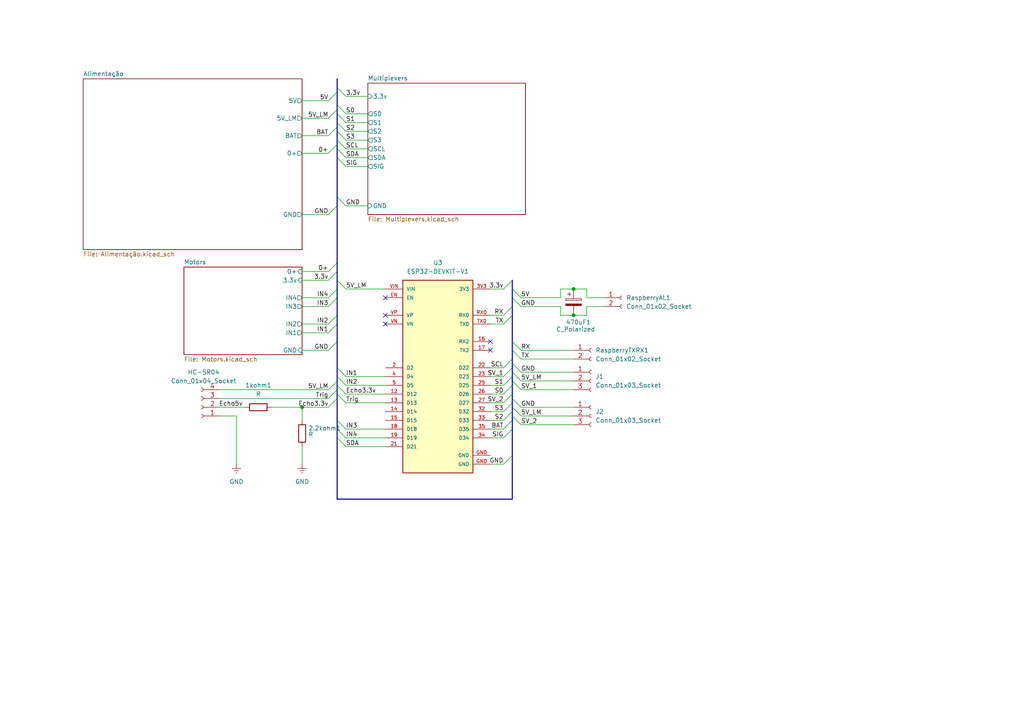
<source format=kicad_sch>
(kicad_sch (version 20250114) (generator "eeschema") (generator_version "9.0")
  (paper "A4")
  (title_block (title "Antares-Core") (rev "V.6") (company "Ako"))
  (lib_symbols
    (symbol "Componentes Personalizados:ESP32-DEVKIT-V1" (pin_names (offset 1.016))
      (property "Reference" "U" (at -10.16 30.48 0))
      (property "Value" "ESP32-DEVKIT-V1" (at -10.16 -30.48 0))
      (symbol "ESP32-DEVKIT-V1_0_0"
        (rectangle (start -10.16 27.94) (end 10.16 -27.94) (stroke (width 0.254)) (fill (type background)))
        (pin power_in line (at 15.24 -25.4 180) (length 5.08) (hide yes) (name "GND") (number "29"))
      )
      (symbol "ESP32-DEVKIT-V1_1_0"
        (pin input line (at -15.24 25.4 0) (length 5.08) (name "VIN") (number "VIN"))
        (pin input line (at -15.24 22.86 0) (length 5.08) (name "EN") (number "EN"))
        (pin bidirectional line (at -15.24 17.78 0) (length 5.08) (name "VP") (number "VP"))
        (pin bidirectional line (at -15.24 15.24 0) (length 5.08) (name "VN") (number "VN"))
        (pin bidirectional line (at -15.24 2.54 0) (length 5.08) (name "D2") (number "2"))
        (pin bidirectional line (at -15.24 0 0) (length 5.08) (name "D4") (number "4"))
        (pin bidirectional line (at -15.24 -2.54 0) (length 5.08) (name "D5") (number "5"))
        (pin bidirectional line (at -15.24 -5.08 0) (length 5.08) (name "D12") (number "12"))
        (pin bidirectional line (at -15.24 -7.62 0) (length 5.08) (name "D13") (number "13"))
        (pin bidirectional line (at -15.24 -10.16 0) (length 5.08) (name "D14") (number "14"))
        (pin bidirectional line (at -15.24 -12.7 0) (length 5.08) (name "D15") (number "15"))
        (pin bidirectional line (at -15.24 -15.24 0) (length 5.08) (name "D18") (number "18"))
        (pin bidirectional line (at -15.24 -17.78 0) (length 5.08) (name "D19") (number "19"))
        (pin bidirectional line (at -15.24 -20.32 0) (length 5.08) (name "D21") (number "21"))
        (pin output line (at 15.24 25.4 180) (length 5.08) (name "3V3") (number "3V3"))
        (pin input line (at 15.24 17.78 180) (length 5.08) (name "RX0") (number "RX0"))
        (pin output line (at 15.24 15.24 180) (length 5.08) (name "TX0") (number "TX0"))
        (pin input line (at 15.24 10.16 180) (length 5.08) (name "RX2") (number "16"))
        (pin output line (at 15.24 7.62 180) (length 5.08) (name "TX2") (number "17"))
        (pin bidirectional line (at 15.24 2.54 180) (length 5.08) (name "D22") (number "22"))
        (pin bidirectional line (at 15.24 0 180) (length 5.08) (name "D23") (number "23"))
        (pin bidirectional line (at 15.24 -2.54 180) (length 5.08) (name "D25") (number "25"))
        (pin bidirectional line (at 15.24 -5.08 180) (length 5.08) (name "D26") (number "26"))
        (pin bidirectional line (at 15.24 -7.62 180) (length 5.08) (name "D27") (number "27"))
        (pin bidirectional line (at 15.24 -10.16 180) (length 5.08) (name "D32") (number "32"))
        (pin bidirectional line (at 15.24 -12.7 180) (length 5.08) (name "D33") (number "33"))
        (pin bidirectional line (at 15.24 -15.24 180) (length 5.08) (name "D35") (number "35"))
        (pin bidirectional line (at 15.24 -17.78 180) (length 5.08) (name "D34") (number "34"))
        (pin power_in line (at 15.24 -22.86 180) (length 5.08) (name "GND") (number "GND"))
        (pin power_in line (at 15.24 -25.4 180) (length 5.08) (name "GND") (number "GND"))
      )
    )
    (symbol "Connector:Conn_01x02_Socket" (pin_names (offset 1.016) (hide yes))
      (property "Reference" "J" (at 0 2.54 0))
      (property "Value" "Conn_01x02_Socket" (at 0 -5.08 0))
      (symbol "Conn_01x02_Socket_1_1"
        (polyline (pts (xy -1.27 0) (xy -0.508 0)) (stroke (width 0.1524)))
        (polyline (pts (xy -1.27 -2.54) (xy -0.508 -2.54)) (stroke (width 0.1524)))
        (arc (start 0 -0.508) (mid -0.5058 0) (end 0 0.508) (stroke (width 0.1524)))
        (arc (start 0 -3.048) (mid -0.5058 -2.54) (end 0 -2.032) (stroke (width 0.1524)))
        (pin passive line (at -5.08 0 0) (length 3.81) (name "Pin_1") (number "1"))
        (pin passive line (at -5.08 -2.54 0) (length 3.81) (name "Pin_2") (number "2"))
      )
    )
    (symbol "Connector:Conn_01x03_Socket" (pin_names (offset 1.016) (hide yes))
      (property "Reference" "J" (at 0 5.08 0))
      (property "Value" "Conn_01x03_Socket" (at 0 -5.08 0))
      (symbol "Conn_01x03_Socket_1_1"
        (polyline (pts (xy -1.27 2.54) (xy -0.508 2.54)) (stroke (width 0.1524)))
        (polyline (pts (xy -1.27 0) (xy -0.508 0)) (stroke (width 0.1524)))
        (polyline (pts (xy -1.27 -2.54) (xy -0.508 -2.54)) (stroke (width 0.1524)))
        (arc (start 0 2.032) (mid -0.5058 2.54) (end 0 3.048) (stroke (width 0.1524)))
        (arc (start 0 -0.508) (mid -0.5058 0) (end 0 0.508) (stroke (width 0.1524)))
        (arc (start 0 -3.048) (mid -0.5058 -2.54) (end 0 -2.032) (stroke (width 0.1524)))
        (pin passive line (at -5.08 2.54 0) (length 3.81) (name "Pin_1") (number "1"))
        (pin passive line (at -5.08 0 0) (length 3.81) (name "Pin_2") (number "2"))
        (pin passive line (at -5.08 -2.54 0) (length 3.81) (name "Pin_3") (number "3"))
      )
    )
    (symbol "Connector:Conn_01x04_Socket" (pin_names (offset 1.016) (hide yes))
      (property "Reference" "J" (at 0 5.08 0))
      (property "Value" "Conn_01x04_Socket" (at 0 -7.62 0))
      (symbol "Conn_01x04_Socket_1_1"
        (polyline (pts (xy -1.27 2.54) (xy -0.508 2.54)) (stroke (width 0.1524)))
        (polyline (pts (xy -1.27 0) (xy -0.508 0)) (stroke (width 0.1524)))
        (polyline (pts (xy -1.27 -2.54) (xy -0.508 -2.54)) (stroke (width 0.1524)))
        (polyline (pts (xy -1.27 -5.08) (xy -0.508 -5.08)) (stroke (width 0.1524)))
        (arc (start 0 2.032) (mid -0.5058 2.54) (end 0 3.048) (stroke (width 0.1524)))
        (arc (start 0 -0.508) (mid -0.5058 0) (end 0 0.508) (stroke (width 0.1524)))
        (arc (start 0 -3.048) (mid -0.5058 -2.54) (end 0 -2.032) (stroke (width 0.1524)))
        (arc (start 0 -5.588) (mid -0.5058 -5.08) (end 0 -4.572) (stroke (width 0.1524)))
        (pin passive line (at -5.08 2.54 0) (length 3.81) (name "Pin_1") (number "1"))
        (pin passive line (at -5.08 0 0) (length 3.81) (name "Pin_2") (number "2"))
        (pin passive line (at -5.08 -2.54 0) (length 3.81) (name "Pin_3") (number "3"))
        (pin passive line (at -5.08 -5.08 0) (length 3.81) (name "Pin_4") (number "4"))
      )
    )
    (symbol "Device:C_Polarized" (pin_numbers (hide yes)) (pin_names (offset 0.254))
      (property "Reference" "C" (at 0.635 2.54 0))
      (property "Value" "C_Polarized" (at 0.635 -2.54 0))
      (symbol "C_Polarized_0_1"
        (rectangle (start -2.286 0.508) (end 2.286 1.016))
        (polyline (pts (xy -1.778 2.286) (xy -0.762 2.286)))
        (polyline (pts (xy -1.27 2.794) (xy -1.27 1.778)))
        (rectangle (start 2.286 -0.508) (end -2.286 -1.016) (fill (type outline)))
      )
      (symbol "C_Polarized_1_1"
        (pin passive line (at 0 3.81 270) (length 2.794) (name "~") (number "1"))
        (pin passive line (at 0 -3.81 90) (length 2.794) (name "~") (number "2"))
      )
    )
    (symbol "Device:R" (pin_numbers (hide yes)) (pin_names (offset 0))
      (property "Reference" "R" (at 2.032 0 90))
      (property "Value" "R" (at 0 0 90))
      (symbol "R_0_1"
        (rectangle (start -1.016 -2.54) (end 1.016 2.54) (stroke (width 0.254)))
      )
      (symbol "R_1_1"
        (pin passive line (at 0 3.81 270) (length 1.27) (name "~") (number "1"))
        (pin passive line (at 0 -3.81 90) (length 1.27) (name "~") (number "2"))
      )
    )
    (symbol "power:Earth" (power) (pin_numbers (hide yes)) (pin_names (offset 0) (hide yes))
      (property "Value" "Earth" (at 0 -3.81 0))
      (symbol "Earth_0_1"
        (polyline (pts (xy -0.635 -1.905) (xy 0.635 -1.905)))
        (polyline (pts (xy -0.127 -2.54) (xy 0.127 -2.54)))
        (polyline (pts (xy 0 -1.27) (xy 0 0)))
        (polyline (pts (xy 1.27 -1.27) (xy -1.27 -1.27)))
      )
      (symbol "Earth_1_1"
        (pin power_in line (at 0 0 270) (length 0) (name "~") (number "1"))
      )
    )
  )
  (junction (at 87.63 118.11))
  (junction (at 166.37 91.44))
  (junction (at 166.37 83.82))
  (no_connect (at 111.76 91.44))
  (no_connect (at 111.76 86.36))
  (no_connect (at 142.24 101.6))
  (no_connect (at 111.76 93.98))
  (no_connect (at 142.24 99.06))
  (bus_entry (at 148.59 110.49) (size 2.54 2.54))
  (bus_entry (at 148.59 124.46) (size -2.54 2.54))
  (bus_entry (at 148.59 101.6) (size 2.54 2.54))
  (bus_entry (at 148.59 105.41) (size 2.54 2.54))
  (bus_entry (at 97.79 78.74) (size -2.54 2.54))
  (bus_entry (at 97.79 114.3) (size 2.54 2.54))
  (bus_entry (at 97.79 40.64) (size 2.54 2.54))
  (bus_entry (at 97.79 36.83) (size -2.54 2.54))
  (bus_entry (at 97.79 111.76) (size 2.54 2.54))
  (bus_entry (at 97.79 45.72) (size 2.54 2.54))
  (bus_entry (at 148.59 81.28) (size -2.54 2.54))
  (bus_entry (at 97.79 41.91) (size -2.54 2.54))
  (bus_entry (at 97.79 57.15) (size 2.54 2.54))
  (bus_entry (at 97.79 124.46) (size 2.54 2.54))
  (bus_entry (at 148.59 111.76) (size -2.54 2.54))
  (bus_entry (at 148.59 114.3) (size -2.54 2.54))
  (bus_entry (at 97.79 76.2) (size -2.54 2.54))
  (bus_entry (at 148.59 116.84) (size -2.54 2.54))
  (bus_entry (at 97.79 25.4) (size 2.54 2.54))
  (bus_entry (at 148.59 107.95) (size 2.54 2.54))
  (bus_entry (at 97.79 43.18) (size 2.54 2.54))
  (bus_entry (at 148.59 118.11) (size 2.54 2.54))
  (bus_entry (at 148.59 119.38) (size -2.54 2.54))
  (bus_entry (at 148.59 120.65) (size 2.54 2.54))
  (bus_entry (at 97.79 115.57) (size -2.54 2.54))
  (bus_entry (at 148.59 106.68) (size -2.54 2.54))
  (bus_entry (at 97.79 99.06) (size -2.54 2.54))
  (bus_entry (at 148.59 83.82) (size 2.54 2.54))
  (bus_entry (at 97.79 30.48) (size 2.54 2.54))
  (bus_entry (at 148.59 121.92) (size -2.54 2.54))
  (bus_entry (at 97.79 59.69) (size -2.54 2.54))
  (bus_entry (at 97.79 121.92) (size 2.54 2.54))
  (bus_entry (at 148.59 109.22) (size -2.54 2.54))
  (bus_entry (at 97.79 127) (size 2.54 2.54))
  (bus_entry (at 97.79 86.36) (size -2.54 2.54))
  (bus_entry (at 97.79 106.68) (size 2.54 2.54))
  (bus_entry (at 97.79 31.75) (size -2.54 2.54))
  (bus_entry (at 148.59 132.08) (size -2.54 2.54))
  (bus_entry (at 97.79 81.28) (size 2.54 2.54))
  (bus_entry (at 148.59 99.06) (size 2.54 2.54))
  (bus_entry (at 97.79 33.02) (size 2.54 2.54))
  (bus_entry (at 148.59 91.44) (size -2.54 2.54))
  (bus_entry (at 97.79 35.56) (size 2.54 2.54))
  (bus_entry (at 97.79 38.1) (size 2.54 2.54))
  (bus_entry (at 148.59 104.14) (size -2.54 2.54))
  (bus_entry (at 97.79 26.67) (size -2.54 2.54))
  (bus_entry (at 148.59 86.36) (size 2.54 2.54))
  (bus_entry (at 97.79 110.49) (size -2.54 2.54))
  (bus_entry (at 97.79 83.82) (size -2.54 2.54))
  (bus_entry (at 97.79 113.03) (size -2.54 2.54))
  (bus_entry (at 97.79 109.22) (size 2.54 2.54))
  (bus_entry (at 97.79 91.44) (size -2.54 2.54))
  (bus_entry (at 148.59 115.57) (size 2.54 2.54))
  (bus_entry (at 148.59 88.9) (size -2.54 2.54))
  (bus_entry (at 97.79 93.98) (size -2.54 2.54))
  (wire (pts (xy 87.63 39.37) (xy 95.25 39.37)))
  (bus (pts (xy 97.79 109.22) (xy 97.79 110.49)))
  (bus (pts (xy 97.79 86.36) (xy 97.79 91.44)))
  (wire (pts (xy 151.13 123.19) (xy 166.37 123.19)))
  (bus (pts (xy 148.59 83.82) (xy 148.59 86.36)))
  (bus (pts (xy 97.79 30.48) (xy 97.79 31.75)))
  (wire (pts (xy 68.58 120.65) (xy 68.58 134.62)))
  (bus (pts (xy 148.59 88.9) (xy 148.59 91.44)))
  (bus (pts (xy 97.79 59.69) (xy 97.79 76.2)))
  (bus (pts (xy 148.59 124.46) (xy 148.59 132.08)))
  (wire (pts (xy 100.33 129.54) (xy 111.76 129.54)))
  (wire (pts (xy 162.56 83.82) (xy 166.37 83.82)))
  (wire (pts (xy 87.63 93.98) (xy 95.25 93.98)))
  (wire (pts (xy 151.13 120.65) (xy 166.37 120.65)))
  (wire (pts (xy 100.33 83.82) (xy 111.76 83.82)))
  (bus (pts (xy 148.59 109.22) (xy 148.59 110.49)))
  (wire (pts (xy 142.24 83.82) (xy 146.05 83.82)))
  (bus (pts (xy 97.79 110.49) (xy 97.79 111.76)))
  (bus (pts (xy 97.79 99.06) (xy 97.79 106.68)))
  (bus (pts (xy 97.79 93.98) (xy 97.79 99.06)))
  (wire (pts (xy 87.63 62.23) (xy 95.25 62.23)))
  (wire (pts (xy 100.33 124.46) (xy 111.76 124.46)))
  (wire (pts (xy 100.33 127) (xy 111.76 127)))
  (wire (pts (xy 142.24 114.3) (xy 146.05 114.3)))
  (wire (pts (xy 87.63 78.74) (xy 95.25 78.74)))
  (bus (pts (xy 148.59 120.65) (xy 148.59 121.92)))
  (wire (pts (xy 142.24 124.46) (xy 146.05 124.46)))
  (bus (pts (xy 97.79 22.86) (xy 97.79 25.4)))
  (bus (pts (xy 97.79 35.56) (xy 97.79 36.83)))
  (bus (pts (xy 97.79 25.4) (xy 97.79 26.67)))
  (bus (pts (xy 97.79 83.82) (xy 97.79 86.36)))
  (wire (pts (xy 87.63 29.21) (xy 95.25 29.21)))
  (bus (pts (xy 97.79 40.64) (xy 97.79 41.91)))
  (bus (pts (xy 148.59 114.3) (xy 148.59 115.57)))
  (wire (pts (xy 100.33 109.22) (xy 111.76 109.22)))
  (bus (pts (xy 148.59 107.95) (xy 148.59 109.22)))
  (wire (pts (xy 151.13 110.49) (xy 166.37 110.49)))
  (wire (pts (xy 142.24 116.84) (xy 146.05 116.84)))
  (bus (pts (xy 148.59 86.36) (xy 148.59 88.9)))
  (wire (pts (xy 100.33 48.26) (xy 106.68 48.26)))
  (wire (pts (xy 87.63 44.45) (xy 95.25 44.45)))
  (wire (pts (xy 170.18 83.82) (xy 170.18 86.36)))
  (wire (pts (xy 142.24 106.68) (xy 146.05 106.68)))
  (bus (pts (xy 148.59 115.57) (xy 148.59 116.84)))
  (wire (pts (xy 142.24 111.76) (xy 146.05 111.76)))
  (wire (pts (xy 170.18 86.36) (xy 175.26 86.36)))
  (wire (pts (xy 142.24 134.62) (xy 146.05 134.62)))
  (bus (pts (xy 97.79 45.72) (xy 97.79 57.15)))
  (wire (pts (xy 142.24 109.22) (xy 146.05 109.22)))
  (wire (pts (xy 162.56 86.36) (xy 162.56 83.82)))
  (wire (pts (xy 100.33 33.02) (xy 106.68 33.02)))
  (bus (pts (xy 148.59 104.14) (xy 148.59 105.41)))
  (wire (pts (xy 142.24 119.38) (xy 146.05 119.38)))
  (bus (pts (xy 97.79 76.2) (xy 97.79 78.74)))
  (bus (pts (xy 97.79 114.3) (xy 97.79 115.57)))
  (wire (pts (xy 100.33 35.56) (xy 106.68 35.56)))
  (wire (pts (xy 87.63 88.9) (xy 95.25 88.9)))
  (wire (pts (xy 87.63 118.11) (xy 95.25 118.11)))
  (bus (pts (xy 148.59 91.44) (xy 148.59 99.06)))
  (bus (pts (xy 97.79 38.1) (xy 97.79 40.64)))
  (bus (pts (xy 97.79 33.02) (xy 97.79 35.56)))
  (wire (pts (xy 100.33 45.72) (xy 106.68 45.72)))
  (bus (pts (xy 97.79 31.75) (xy 97.79 33.02)))
  (bus (pts (xy 97.79 41.91) (xy 97.79 43.18)))
  (wire (pts (xy 166.37 91.44) (xy 170.18 91.44)))
  (wire (pts (xy 100.33 116.84) (xy 111.76 116.84)))
  (bus (pts (xy 148.59 105.41) (xy 148.59 106.68)))
  (wire (pts (xy 63.5 113.03) (xy 95.25 113.03)))
  (bus (pts (xy 148.59 99.06) (xy 148.59 101.6)))
  (wire (pts (xy 63.5 118.11) (xy 71.12 118.11)))
  (bus (pts (xy 148.59 111.76) (xy 148.59 114.3)))
  (wire (pts (xy 162.56 88.9) (xy 162.56 91.44)))
  (bus (pts (xy 97.79 144.78) (xy 148.59 144.78)))
  (wire (pts (xy 151.13 101.6) (xy 166.37 101.6)))
  (bus (pts (xy 148.59 110.49) (xy 148.59 111.76)))
  (bus (pts (xy 148.59 121.92) (xy 148.59 124.46)))
  (bus (pts (xy 97.79 121.92) (xy 97.79 124.46)))
  (bus (pts (xy 97.79 81.28) (xy 97.79 83.82)))
  (wire (pts (xy 87.63 129.54) (xy 87.63 134.62)))
  (wire (pts (xy 100.33 38.1) (xy 106.68 38.1)))
  (bus (pts (xy 97.79 91.44) (xy 97.79 93.98)))
  (bus (pts (xy 97.79 124.46) (xy 97.79 127)))
  (wire (pts (xy 87.63 101.6) (xy 95.25 101.6)))
  (bus (pts (xy 148.59 106.68) (xy 148.59 107.95)))
  (wire (pts (xy 63.5 120.65) (xy 68.58 120.65)))
  (wire (pts (xy 142.24 127) (xy 146.05 127)))
  (wire (pts (xy 87.63 86.36) (xy 95.25 86.36)))
  (bus (pts (xy 148.59 132.08) (xy 148.59 144.78)))
  (wire (pts (xy 78.74 118.11) (xy 87.63 118.11)))
  (wire (pts (xy 162.56 91.44) (xy 166.37 91.44)))
  (wire (pts (xy 166.37 83.82) (xy 170.18 83.82)))
  (wire (pts (xy 100.33 27.94) (xy 106.68 27.94)))
  (wire (pts (xy 87.63 96.52) (xy 95.25 96.52)))
  (wire (pts (xy 151.13 88.9) (xy 162.56 88.9)))
  (bus (pts (xy 97.79 26.67) (xy 97.79 30.48)))
  (wire (pts (xy 142.24 93.98) (xy 146.05 93.98)))
  (wire (pts (xy 151.13 113.03) (xy 166.37 113.03)))
  (bus (pts (xy 148.59 118.11) (xy 148.59 119.38)))
  (bus (pts (xy 97.79 113.03) (xy 97.79 114.3)))
  (wire (pts (xy 151.13 107.95) (xy 166.37 107.95)))
  (wire (pts (xy 100.33 59.69) (xy 106.68 59.69)))
  (bus (pts (xy 97.79 36.83) (xy 97.79 38.1)))
  (wire (pts (xy 63.5 115.57) (xy 95.25 115.57)))
  (wire (pts (xy 151.13 118.11) (xy 166.37 118.11)))
  (bus (pts (xy 97.79 106.68) (xy 97.79 109.22)))
  (wire (pts (xy 87.63 118.11) (xy 87.63 121.92)))
  (bus (pts (xy 148.59 119.38) (xy 148.59 120.65)))
  (wire (pts (xy 100.33 114.3) (xy 111.76 114.3)))
  (bus (pts (xy 148.59 116.84) (xy 148.59 118.11)))
  (wire (pts (xy 100.33 43.18) (xy 106.68 43.18)))
  (bus (pts (xy 97.79 127) (xy 97.79 144.78)))
  (bus (pts (xy 97.79 115.57) (xy 97.79 121.92)))
  (wire (pts (xy 142.24 121.92) (xy 146.05 121.92)))
  (bus (pts (xy 97.79 57.15) (xy 97.79 59.69)))
  (wire (pts (xy 170.18 91.44) (xy 170.18 88.9)))
  (wire (pts (xy 87.63 34.29) (xy 95.25 34.29)))
  (bus (pts (xy 97.79 43.18) (xy 97.79 45.72)))
  (wire (pts (xy 170.18 88.9) (xy 175.26 88.9)))
  (bus (pts (xy 97.79 111.76) (xy 97.79 113.03)))
  (bus (pts (xy 97.79 78.74) (xy 97.79 81.28)))
  (bus (pts (xy 148.59 101.6) (xy 148.59 104.14)))
  (wire (pts (xy 151.13 104.14) (xy 166.37 104.14)))
  (wire (pts (xy 100.33 40.64) (xy 106.68 40.64)))
  (wire (pts (xy 100.33 111.76) (xy 111.76 111.76)))
  (wire (pts (xy 142.24 91.44) (xy 146.05 91.44)))
  (bus (pts (xy 148.59 81.28) (xy 148.59 83.82)))
  (wire (pts (xy 87.63 81.28) (xy 95.25 81.28)))
  (wire (pts (xy 151.13 86.36) (xy 162.56 86.36)))
  (label "SV_2" (at 151.13 123.19 0))
  (label "IN4" (at 95.25 86.36 180))
  (label "GND" (at 146.05 134.62 180))
  (label "SV_1" (at 151.13 113.03 0))
  (label "S2" (at 146.05 121.92 180))
  (label "GND" (at 151.13 88.9 0))
  (label "SIG" (at 100.33 48.26 0))
  (label "0+" (at 95.25 44.45 180))
  (label "SV_2" (at 146.05 116.84 180))
  (label "Echo5v" (at 63.5 118.11 0))
  (label "0+" (at 95.25 78.74 180))
  (label "TX" (at 146.05 93.98 180))
  (label "SDA" (at 100.33 45.72 0))
  (label "RX" (at 151.13 101.6 0))
  (label "5V_LM" (at 100.33 83.82 0))
  (label "S3" (at 100.33 40.64 0))
  (label "SCL" (at 100.33 43.18 0))
  (label "RX" (at 146.05 91.44 180))
  (label "SV_1" (at 146.05 109.22 180))
  (label "IN3" (at 95.25 88.9 180))
  (label "SCL" (at 146.05 106.68 180))
  (label "5V" (at 95.25 29.21 180))
  (label "IN4" (at 100.33 127 0))
  (label "GND" (at 151.13 118.11 0))
  (label "5V_LM" (at 95.25 113.03 180))
  (label "GND" (at 100.33 59.69 0))
  (label "Trig" (at 95.25 115.57 180))
  (label "3.3v" (at 95.25 81.28 180))
  (label "SDA" (at 100.33 129.54 0))
  (label "3.3v" (at 100.33 27.94 0))
  (label "S2" (at 100.33 38.1 0))
  (label "5V_LM" (at 151.13 110.49 0))
  (label "S3" (at 146.05 119.38 180))
  (label "IN1" (at 100.33 109.22 0))
  (label "Trig" (at 100.33 116.84 0))
  (label "5V_LM" (at 95.25 34.29 180))
  (label "S0" (at 100.33 33.02 0))
  (label "SIG" (at 146.05 127 180))
  (label "IN3" (at 100.33 124.46 0))
  (label "3.3v" (at 146.05 83.82 180))
  (label "TX" (at 151.13 104.14 0))
  (label "GND" (at 95.25 62.23 180))
  (label "BAT" (at 95.25 39.37 180))
  (label "5V_LM" (at 151.13 120.65 0))
  (label "IN1" (at 95.25 96.52 180))
  (label "IN2" (at 95.25 93.98 180))
  (label "BAT" (at 146.05 124.46 180))
  (label "GND" (at 95.25 101.6 180))
  (label "S1" (at 146.05 111.76 180))
  (label "5V" (at 151.13 86.36 0))
  (label "S1" (at 100.33 35.56 0))
  (label "GND" (at 151.13 107.95 0))
  (label "IN2" (at 100.33 111.76 0))
  (label "S0" (at 146.05 114.3 180))
  (label "Echo3.3v" (at 95.25 118.11 180))
  (label "Echo3.3v" (at 100.33 114.3 0))
  (symbol (lib_id "Connector:Conn_01x02_Socket") (at 180.34 86.36 0) (unit 1)
    (property "Reference" "RaspberryAL1" (at 181.61 86.3599 0) (effects (justify left)))
    (property "Value" "Conn_01x02_Socket" (at 181.61 88.8999 0) (effects (justify left)))
    (property "Footprint" "Connector_AMASS:AMASS_XT30U-M_1x02_P5.0mm_Vertical" (effects (hide yes)))
    (property "Description" "Generic connector, single row, 01x02, script generated" (effects (hide yes)))
  )
  (symbol (lib_id "Componentes Personalizados:ESP32-DEVKIT-V1") (at 127 109.22 0) (unit 1)
    (property "Reference" "U3" (at 127 76.2 0))
    (property "Value" "ESP32-DEVKIT-V1" (at 127 78.74 0))
    (property "Footprint" "Footprints Personalizados:MODULE_ESP32_DEVKIT_V1" (effects (hide yes)))
    (property "MF" "Do it" (effects (hide yes)))
    (property "MAXIMUM_PACKAGE_HEIGHT" "6.8 mm" (effects (hide yes)))
    (property "Package" "None" (effects (hide yes)))
    (property "Price" "None" (effects (hide yes)))
    (property "Check_prices" "https://www.snapeda.com/parts/ESP32-DEVKIT-V1/Do+it/view-part/?ref=eda" (effects (hide yes)))
    (property "STANDARD" "Manufacturer Recommendations" (effects (hide yes)))
    (property "PARTREV" "N/A" (effects (hide yes)))
    (property "SnapEDA_Link" "https://www.snapeda.com/parts/ESP32-DEVKIT-V1/Do+it/view-part/?ref=snap" (effects (hide yes)))
    (property "MP" "ESP32-DEVKIT-V1" (effects (hide yes)))
    (property "Description_1" "Dual core, Wi-Fi: 2.4 GHz up to 150 Mbits/s,BLE (Bluetooth Low Energy) and legacy Bluetooth, 32 bits, Up to 240 MHz" (effects (hide yes)))
    (property "Availability" "Not in stock" (effects (hide yes)))
    (property "MANUFACTURER" "DOIT" (effects (hide yes)))
  )
  (symbol (lib_id "Connector:Conn_01x04_Socket") (at 58.42 118.11 180) (unit 1)
    (property "Reference" "HC-SR04" (at 59.055 107.95 0))
    (property "Value" "Conn_01x04_Socket" (at 59.055 110.49 0))
    (property "Footprint" "Connector_JST:JST_XH_B4B-XH-A_1x04_P2.50mm_Vertical" (effects (hide yes)))
    (property "Description" "Generic connector, single row, 01x04, script generated" (effects (hide yes)))
  )
  (symbol (lib_id "Device:R") (at 87.63 125.73 180) (unit 1)
    (property "Reference" "2.2kohm1" (at 89.408 124.206 0) (effects (justify right)))
    (property "Value" "R" (at 89.408 125.984 0) (effects (justify right)))
    (property "Footprint" "Resistor_THT:R_Axial_DIN0207_L6.3mm_D2.5mm_P7.62mm_Horizontal" (effects (hide yes)))
    (property "Description" "Resistor" (effects (hide yes)))
  )
  (symbol (lib_id "Connector:Conn_01x03_Socket") (at 171.45 120.65 0) (unit 1)
    (property "Reference" "J2" (at 172.72 119.3799 0) (effects (justify left)))
    (property "Value" "Conn_01x03_Socket" (at 172.72 121.9199 0) (effects (justify left)))
    (property "Footprint" "Connector_JST:JST_XH_B3B-XH-A_1x03_P2.50mm_Vertical" (effects (hide yes)))
    (property "Description" "Generic connector, single row, 01x03, script generated" (effects (hide yes)))
  )
  (symbol (lib_id "Device:C_Polarized") (at 166.37 87.63 0) (unit 1)
    (property "Reference" "470uF1" (at 164.084 93.472 0) (effects (justify left)))
    (property "Value" "C_Polarized" (at 161.29 95.504 0) (effects (justify left)))
    (property "Footprint" "Capacitor_THT:CP_Radial_D10.0mm_P3.50mm" (effects (hide yes)))
    (property "Description" "Polarized capacitor" (effects (hide yes)))
  )
  (symbol (lib_id "Connector:Conn_01x02_Socket") (at 171.45 101.6 0) (unit 1)
    (property "Reference" "RaspberryTXRX1" (at 172.72 101.5999 0) (effects (justify left)))
    (property "Value" "Conn_01x02_Socket" (at 172.72 104.1399 0) (effects (justify left)))
    (property "Footprint" "Connector_AMASS:AMASS_XT30U-M_1x02_P5.0mm_Vertical" (effects (hide yes)))
    (property "Description" "Generic connector, single row, 01x02, script generated" (effects (hide yes)))
  )
  (symbol (lib_id "power:Earth") (at 68.58 134.62 0) (unit 1)
    (property "Reference" "#PWR03" (effects (hide yes)))
    (property "Value" "GND" (at 68.58 139.7 0))
    (property "Description" "Power symbol creates a global label with name \"Earth\"" (effects (hide yes)))
  )
  (symbol (lib_id "power:Earth") (at 87.63 134.62 0) (unit 1)
    (property "Reference" "#PWR02" (effects (hide yes)))
    (property "Value" "GND" (at 87.63 139.7 0))
    (property "Description" "Power symbol creates a global label with name \"Earth\"" (effects (hide yes)))
  )
  (symbol (lib_id "Device:R") (at 74.93 118.11 90) (unit 1)
    (property "Reference" "1kohm1" (at 74.93 111.76 90))
    (property "Value" "R" (at 74.93 114.3 90))
    (property "Footprint" "Resistor_THT:R_Axial_DIN0207_L6.3mm_D2.5mm_P7.62mm_Horizontal" (effects (hide yes)))
    (property "Description" "Resistor" (effects (hide yes)))
  )
  (symbol (lib_id "Connector:Conn_01x03_Socket") (at 171.45 110.49 0) (unit 1)
    (property "Reference" "J1" (at 172.72 109.2199 0) (effects (justify left)))
    (property "Value" "Conn_01x03_Socket" (at 172.72 111.7599 0) (effects (justify left)))
    (property "Footprint" "Connector_JST:JST_XH_B3B-XH-A_1x03_P2.50mm_Vertical" (effects (hide yes)))
    (property "Description" "Generic connector, single row, 01x03, script generated" (effects (hide yes)))
  )
  (sheet (at 24.13 22.86) (size 63.5 49.53) (stroke (width 0.1524))
    (property "Sheetname" "Alimentação" (at 24.13 22.1484 0) (effects (justify left bottom)))
    (property "Sheetfile" "Alimentação.kicad_sch" (at 24.13 72.9746 0) (effects (justify left top)))
    (pin "5V" output (at 87.63 29.21 0))
    (pin "5V_LM" output (at 87.63 34.29 0))
    (pin "GND" output (at 87.63 62.23 0))
    (pin "BAT" output (at 87.63 39.37 0))
    (pin "0+" output (at 87.63 44.45 0))
  )
  (sheet (at 53.34 77.47) (size 34.29 25.4) (stroke (width 0.1524))
    (property "Sheetname" "Motors" (at 53.34 76.7584 0) (effects (justify left bottom)))
    (property "Sheetfile" "Motors.kicad_sch" (at 53.34 103.4546 0) (effects (justify left top)))
    (pin "0+" input (at 87.63 78.74 0))
    (pin "3.3v" input (at 87.63 81.28 0))
    (pin "GND" input (at 87.63 101.6 0))
    (pin "IN1" output (at 87.63 96.52 0))
    (pin "IN2" output (at 87.63 93.98 0))
    (pin "IN3" output (at 87.63 88.9 0))
    (pin "IN4" output (at 87.63 86.36 0))
  )
  (sheet (at 106.68 24.13) (size 45.72 38.1) (stroke (width 0.1524))
    (property "Sheetname" "Multiplexers" (at 106.68 23.4184 0) (effects (justify left bottom)))
    (property "Sheetfile" "Multiplexers.kicad_sch" (at 106.68 62.8146 0) (effects (justify left top)))
    (pin "3.3v" input (at 106.68 27.94 180))
    (pin "GND" input (at 106.68 59.69 180))
    (pin "S0" output (at 106.68 33.02 180))
    (pin "S1" output (at 106.68 35.56 180))
    (pin "S2" output (at 106.68 38.1 180))
    (pin "S3" output (at 106.68 40.64 180))
    (pin "SCL" output (at 106.68 43.18 180))
    (pin "SDA" output (at 106.68 45.72 180))
    (pin "SIG" output (at 106.68 48.26 180))
  )
)
</source>
